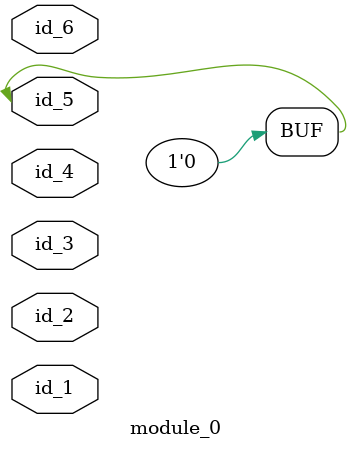
<source format=v>
module module_0 (
    id_1,
    id_2,
    id_3,
    id_4,
    id_5,
    id_6
);
  input id_6;
  inout id_5;
  input id_4;
  input id_3;
  inout id_2;
  input id_1;
  assign id_5 = id_2 ? 1'd0 : 1 ? 1'b0 : id_1;
endmodule

</source>
